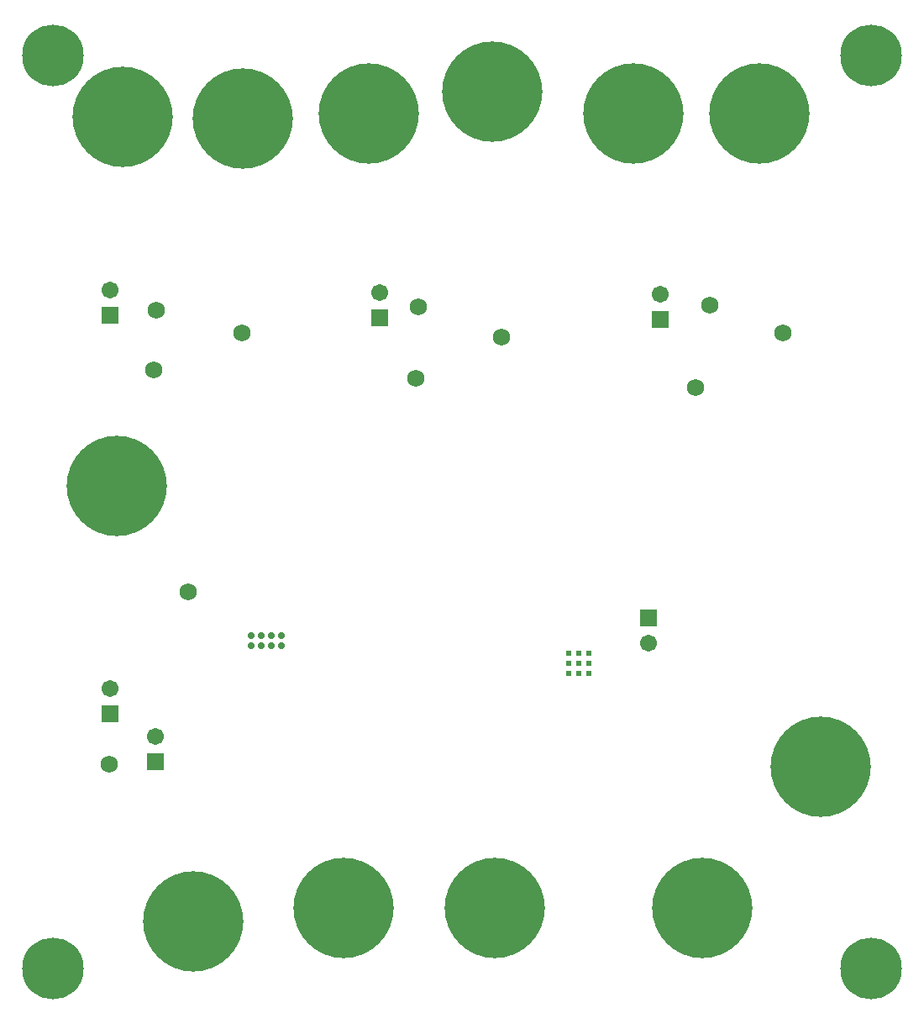
<source format=gbs>
%FSAX25Y25*%
%MOIN*%
G70*
G01*
G75*
G04 Layer_Color=16711935*
%ADD10R,0.05118X0.03937*%
G04:AMPARAMS|DCode=11|XSize=23.62mil|YSize=35.43mil|CornerRadius=5.91mil|HoleSize=0mil|Usage=FLASHONLY|Rotation=270.000|XOffset=0mil|YOffset=0mil|HoleType=Round|Shape=RoundedRectangle|*
%AMROUNDEDRECTD11*
21,1,0.02362,0.02362,0,0,270.0*
21,1,0.01181,0.03543,0,0,270.0*
1,1,0.01181,-0.01181,-0.00591*
1,1,0.01181,-0.01181,0.00591*
1,1,0.01181,0.01181,0.00591*
1,1,0.01181,0.01181,-0.00591*
%
%ADD11ROUNDEDRECTD11*%
%ADD12R,0.09055X0.09055*%
%ADD13R,0.00984X0.02756*%
%ADD14R,0.17087X0.09606*%
G04:AMPARAMS|DCode=15|XSize=23.62mil|YSize=35.43mil|CornerRadius=5.91mil|HoleSize=0mil|Usage=FLASHONLY|Rotation=0.000|XOffset=0mil|YOffset=0mil|HoleType=Round|Shape=RoundedRectangle|*
%AMROUNDEDRECTD15*
21,1,0.02362,0.02362,0,0,0.0*
21,1,0.01181,0.03543,0,0,0.0*
1,1,0.01181,0.00591,-0.01181*
1,1,0.01181,-0.00591,-0.01181*
1,1,0.01181,-0.00591,0.01181*
1,1,0.01181,0.00591,0.01181*
%
%ADD15ROUNDEDRECTD15*%
%ADD16O,0.02165X0.05709*%
%ADD17O,0.02165X0.05709*%
%ADD18O,0.01181X0.03500*%
%ADD19R,0.11201X0.06500*%
%ADD20R,0.04331X0.06693*%
%ADD21R,0.06693X0.04331*%
%ADD22O,0.01378X0.05315*%
%ADD23R,0.12205X0.11811*%
G04:AMPARAMS|DCode=24|XSize=31.5mil|YSize=86.61mil|CornerRadius=7.87mil|HoleSize=0mil|Usage=FLASHONLY|Rotation=180.000|XOffset=0mil|YOffset=0mil|HoleType=Round|Shape=RoundedRectangle|*
%AMROUNDEDRECTD24*
21,1,0.03150,0.07087,0,0,180.0*
21,1,0.01575,0.08661,0,0,180.0*
1,1,0.01575,-0.00787,0.03543*
1,1,0.01575,0.00787,0.03543*
1,1,0.01575,0.00787,-0.03543*
1,1,0.01575,-0.00787,-0.03543*
%
%ADD24ROUNDEDRECTD24*%
%ADD25R,0.08661X0.24803*%
%ADD26R,0.03543X0.03150*%
%ADD27C,0.01181*%
%ADD28C,0.01260*%
%ADD29C,0.02756*%
%ADD30C,0.01024*%
%ADD31C,0.03150*%
%ADD32C,0.01969*%
%ADD33C,0.03937*%
%ADD34C,0.01102*%
%ADD35C,0.00984*%
%ADD36C,0.00906*%
%ADD37C,0.02362*%
%ADD38C,0.01000*%
%ADD39C,0.01575*%
%ADD40C,0.00866*%
%ADD41C,0.03543*%
%ADD42C,0.01299*%
%ADD43C,0.01063*%
%ADD44C,0.06000*%
%ADD45R,0.05906X0.05906*%
%ADD46C,0.05906*%
%ADD47C,0.23622*%
%ADD48C,0.38976*%
%ADD49C,0.01969*%
%ADD50C,0.01575*%
%ADD51C,0.00394*%
%ADD52C,0.00787*%
%ADD53C,0.00600*%
%ADD54C,0.00669*%
%ADD55R,0.05918X0.04737*%
G04:AMPARAMS|DCode=56|XSize=31.62mil|YSize=43.43mil|CornerRadius=9.91mil|HoleSize=0mil|Usage=FLASHONLY|Rotation=270.000|XOffset=0mil|YOffset=0mil|HoleType=Round|Shape=RoundedRectangle|*
%AMROUNDEDRECTD56*
21,1,0.03162,0.02362,0,0,270.0*
21,1,0.01181,0.04343,0,0,270.0*
1,1,0.01981,-0.01181,-0.00591*
1,1,0.01981,-0.01181,0.00591*
1,1,0.01981,0.01181,0.00591*
1,1,0.01981,0.01181,-0.00591*
%
%ADD56ROUNDEDRECTD56*%
%ADD57R,0.09855X0.09855*%
%ADD58R,0.01784X0.03556*%
%ADD59R,0.17887X0.10406*%
G04:AMPARAMS|DCode=60|XSize=31.62mil|YSize=43.43mil|CornerRadius=9.91mil|HoleSize=0mil|Usage=FLASHONLY|Rotation=0.000|XOffset=0mil|YOffset=0mil|HoleType=Round|Shape=RoundedRectangle|*
%AMROUNDEDRECTD60*
21,1,0.03162,0.02362,0,0,0.0*
21,1,0.01181,0.04343,0,0,0.0*
1,1,0.01981,0.00591,-0.01181*
1,1,0.01981,-0.00591,-0.01181*
1,1,0.01981,-0.00591,0.01181*
1,1,0.01981,0.00591,0.01181*
%
%ADD60ROUNDEDRECTD60*%
%ADD61O,0.02965X0.06509*%
%ADD62O,0.02965X0.06509*%
%ADD63O,0.01981X0.04300*%
%ADD64R,0.12001X0.07300*%
%ADD65R,0.05131X0.07493*%
%ADD66R,0.07493X0.05131*%
%ADD67O,0.02178X0.06115*%
%ADD68R,0.13005X0.12611*%
G04:AMPARAMS|DCode=69|XSize=39.5mil|YSize=94.61mil|CornerRadius=11.87mil|HoleSize=0mil|Usage=FLASHONLY|Rotation=180.000|XOffset=0mil|YOffset=0mil|HoleType=Round|Shape=RoundedRectangle|*
%AMROUNDEDRECTD69*
21,1,0.03950,0.07087,0,0,180.0*
21,1,0.01575,0.09461,0,0,180.0*
1,1,0.02375,-0.00787,0.03543*
1,1,0.02375,0.00787,0.03543*
1,1,0.02375,0.00787,-0.03543*
1,1,0.02375,-0.00787,-0.03543*
%
%ADD69ROUNDEDRECTD69*%
%ADD70R,0.09461X0.25603*%
%ADD71R,0.04343X0.03950*%
%ADD72C,0.06800*%
%ADD73R,0.06706X0.06706*%
%ADD74C,0.06706*%
%ADD75C,0.24422*%
%ADD76C,0.39776*%
%ADD77C,0.02769*%
%ADD78C,0.02375*%
D72*
X0134500Y0207000D02*
D03*
X0152400Y0363600D02*
D03*
X0187400Y0378100D02*
D03*
X0256400Y0360100D02*
D03*
X0290400Y0376600D02*
D03*
X0367400Y0356600D02*
D03*
X0401900Y0378100D02*
D03*
X0166000Y0275500D02*
D03*
X0153400Y0387100D02*
D03*
X0257400Y0388600D02*
D03*
X0372900Y0389100D02*
D03*
D73*
X0348500Y0265000D02*
D03*
X0153000Y0208000D02*
D03*
X0353400Y0383600D02*
D03*
X0241932Y0384100D02*
D03*
X0134900Y0385100D02*
D03*
X0134969Y0227000D02*
D03*
D74*
X0348500Y0255000D02*
D03*
X0153000Y0218000D02*
D03*
X0353400Y0393600D02*
D03*
X0241932Y0394100D02*
D03*
X0134900Y0395100D02*
D03*
X0134969Y0237000D02*
D03*
D75*
X0112205Y0488189D02*
D03*
X0437008D02*
D03*
X0112205Y0125984D02*
D03*
X0437008D02*
D03*
D76*
X0140000Y0463800D02*
D03*
X0187600Y0463200D02*
D03*
X0237500Y0465000D02*
D03*
X0286600Y0473700D02*
D03*
X0342500Y0465000D02*
D03*
X0392500D02*
D03*
X0417000Y0206000D02*
D03*
X0370000Y0150000D02*
D03*
X0227500D02*
D03*
X0168000Y0144800D02*
D03*
X0137500Y0317500D02*
D03*
X0287500Y0150000D02*
D03*
D77*
X0191094Y0254032D02*
D03*
Y0257969D02*
D03*
X0195032Y0254032D02*
D03*
Y0257969D02*
D03*
X0198969Y0254032D02*
D03*
Y0257969D02*
D03*
X0202906Y0254032D02*
D03*
Y0257969D02*
D03*
D78*
X0324937Y0243126D02*
D03*
X0317063D02*
D03*
X0321000D02*
D03*
X0324937Y0251000D02*
D03*
Y0247063D02*
D03*
X0317063D02*
D03*
Y0251000D02*
D03*
X0321000Y0247063D02*
D03*
Y0251000D02*
D03*
M02*

</source>
